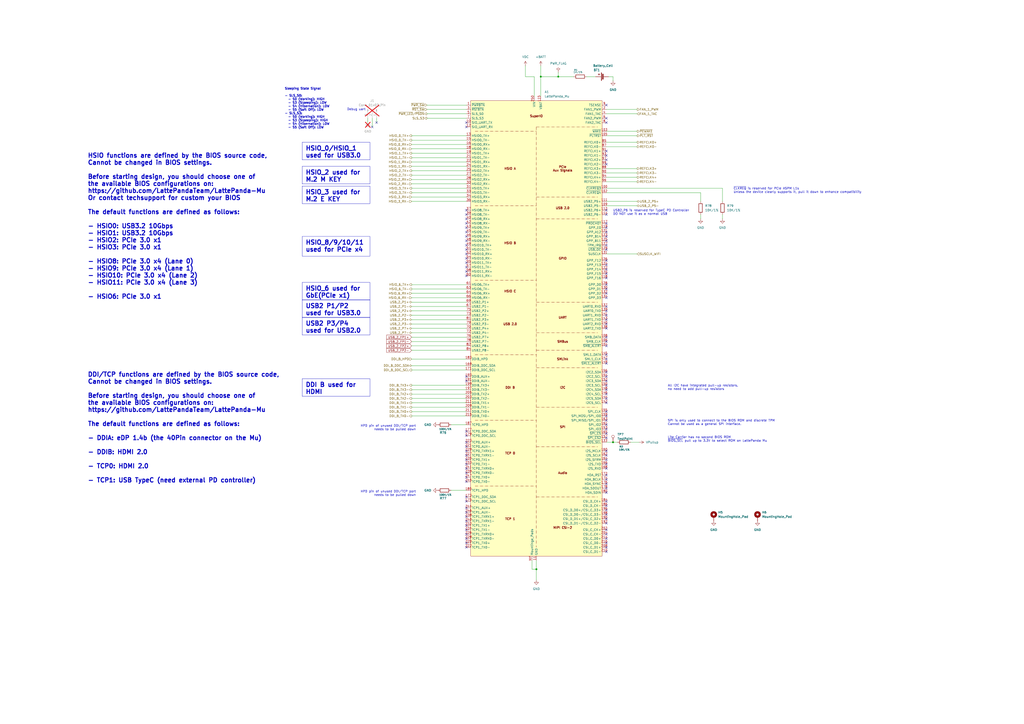
<source format=kicad_sch>
(kicad_sch (version 20231120) (generator "eeschema") (generator_version "8.0")
  (paper "A2")
  (title_block (title "Nano ITX Carrier for LattePanda Mu") (date "2024-09-01") (rev "V1.0.0") (comment 1 "20240901"))
  (lib_symbols
    (symbol "+3V3_1" (power) (pin_numbers hide) (pin_names (offset 0) hide)
      (property "Value" "+3V3" (at 0 3.556 0))
      (symbol "+3V3_1_0_1"
        (polyline (pts (xy -0.762 1.27) (xy 0 2.54)))
        (polyline (pts (xy 0 0) (xy 0 2.54)))
        (polyline (pts (xy 0 2.54) (xy 0.762 1.27)))
      )
      (symbol "+3V3_1_1_1"
        (pin power_in line (at 0 0 90) (length 0) (name "~") (number "1"))
      )
    )
    (symbol "Connector:Conn_01x03_Pin" (pin_names (offset 1.016) hide)
      (property "Reference" "J" (at 0 5.08 0))
      (property "Value" "Conn_01x03_Pin" (at 0 -5.08 0))
      (symbol "Conn_01x03_Pin_1_1"
        (polyline (pts (xy 1.27 -2.54) (xy 0.8636 -2.54)) (stroke (width 0.1524)))
        (polyline (pts (xy 1.27 0) (xy 0.8636 0)) (stroke (width 0.1524)))
        (polyline (pts (xy 1.27 2.54) (xy 0.8636 2.54)) (stroke (width 0.1524)))
        (rectangle (start 0.8636 -2.413) (end 0 -2.667) (stroke (width 0.1524)) (fill (type outline)))
        (rectangle (start 0.8636 0.127) (end 0 -0.127) (stroke (width 0.1524)) (fill (type outline)))
        (rectangle (start 0.8636 2.667) (end 0 2.413) (stroke (width 0.1524)) (fill (type outline)))
        (pin passive line (at 5.08 2.54 180) (length 3.81) (name "Pin_1") (number "1"))
        (pin passive line (at 5.08 0 180) (length 3.81) (name "Pin_2") (number "2"))
        (pin passive line (at 5.08 -2.54 180) (length 3.81) (name "Pin_3") (number "3"))
      )
    )
    (symbol "Connector:TestPoint" (pin_numbers hide) (pin_names (offset 0.762) hide)
      (property "Reference" "TP" (at 0 6.858 0))
      (property "Value" "TestPoint" (at 0 5.08 0))
      (symbol "TestPoint_0_1"
        (circle (center 0 3.302) (radius 0.762))
      )
      (symbol "TestPoint_1_1"
        (pin passive line (at 0 0 90) (length 2.54) (name "1") (number "1"))
      )
    )
    (symbol "Device:Battery_Cell" (pin_numbers hide) (pin_names (offset 0) hide)
      (property "Reference" "BT" (at 2.54 2.54 0))
      (property "Value" "Battery_Cell" (at 2.54 0 0))
      (symbol "Battery_Cell_0_1"
        (rectangle (start -2.286 1.778) (end 2.286 1.524) (fill (type outline)))
        (rectangle (start -1.524 1.016) (end 1.524 0.508) (fill (type outline)))
        (polyline (pts (xy 0 0.762) (xy 0 0)))
        (polyline (pts (xy 0 1.778) (xy 0 2.54)))
        (polyline (pts (xy 0.762 3.048) (xy 1.778 3.048)) (stroke (width 0.254)))
        (polyline (pts (xy 1.27 3.556) (xy 1.27 2.54)) (stroke (width 0.254)))
      )
      (symbol "Battery_Cell_1_1"
        (pin passive line (at 0 5.08 270) (length 2.54) (name "+") (number "1"))
        (pin passive line (at 0 -2.54 90) (length 2.54) (name "-") (number "2"))
      )
    )
    (symbol "Device:R" (pin_numbers hide) (pin_names (offset 0))
      (property "Reference" "R" (at 2.032 0 90))
      (property "Value" "R" (at 0 0 90))
      (symbol "R_0_1"
        (rectangle (start -1.016 -2.54) (end 1.016 2.54) (stroke (width 0.254)))
      )
      (symbol "R_1_1"
        (pin passive line (at 0 3.81 270) (length 1.27) (name "~") (number "1"))
        (pin passive line (at 0 -3.81 90) (length 1.27) (name "~") (number "2"))
      )
    )
    (symbol "MCU_Module_LattePanda:LattePanda_Mu"
      (property "Reference" "A" (at -38.1 133.35 0))
      (property "Value" "LattePanda_Mu" (at 38.1 133.35 0))
      (symbol "LattePanda_Mu_1_0"
        (pin passive line (at 0 -134.62 90) (length 2.54) hide (name "GND") (number "101"))
        (pin passive line (at 0 -134.62 90) (length 2.54) hide (name "GND") (number "107"))
        (pin passive line (at 0 -134.62 90) (length 2.54) hide (name "GND") (number "110"))
        (pin passive line (at 0 -134.62 90) (length 2.54) hide (name "GND") (number "113"))
        (pin passive line (at 0 -134.62 90) (length 2.54) hide (name "GND") (number "116"))
        (pin passive line (at 0 -134.62 90) (length 2.54) hide (name "GND") (number "135"))
        (pin passive line (at 0 -134.62 90) (length 2.54) hide (name "GND") (number "136"))
        (pin passive line (at 0 -134.62 90) (length 2.54) hide (name "GND") (number "14"))
        (pin passive line (at 0 -134.62 90) (length 2.54) hide (name "GND") (number "151"))
        (pin passive line (at 0 -134.62 90) (length 2.54) hide (name "GND") (number "158"))
        (pin passive line (at 0 -134.62 90) (length 2.54) hide (name "GND") (number "167"))
        (pin passive line (at 0 -134.62 90) (length 2.54) hide (name "GND") (number "17"))
        (pin passive line (at 0 -134.62 90) (length 2.54) hide (name "GND") (number "170"))
        (pin passive line (at 0 -134.62 90) (length 2.54) hide (name "GND") (number "181"))
        (pin passive line (at 0 -134.62 90) (length 2.54) hide (name "GND") (number "182"))
        (pin passive line (at 0 -134.62 90) (length 2.54) hide (name "GND") (number "188"))
        (pin passive line (at 0 -134.62 90) (length 2.54) hide (name "GND") (number "189"))
        (pin passive line (at 0 -134.62 90) (length 2.54) hide (name "GND") (number "194"))
        (pin passive line (at 0 -134.62 90) (length 2.54) hide (name "GND") (number "195"))
        (pin passive line (at 0 -134.62 90) (length 2.54) hide (name "GND") (number "20"))
        (pin passive line (at 0 -134.62 90) (length 2.54) hide (name "GND") (number "200"))
        (pin passive line (at 0 -134.62 90) (length 2.54) hide (name "GND") (number "201"))
        (pin passive line (at 0 -134.62 90) (length 2.54) hide (name "GND") (number "206"))
        (pin passive line (at 0 -134.62 90) (length 2.54) hide (name "GND") (number "207"))
        (pin passive line (at 0 -134.62 90) (length 2.54) hide (name "GND") (number "212"))
        (pin passive line (at 0 -134.62 90) (length 2.54) hide (name "GND") (number "213"))
        (pin passive line (at 0 -134.62 90) (length 2.54) hide (name "GND") (number "218"))
        (pin passive line (at 0 -134.62 90) (length 2.54) hide (name "GND") (number "219"))
        (pin passive line (at 0 -134.62 90) (length 2.54) hide (name "GND") (number "224"))
        (pin passive line (at 0 -134.62 90) (length 2.54) hide (name "GND") (number "225"))
        (pin passive line (at 0 -134.62 90) (length 2.54) hide (name "GND") (number "23"))
        (pin passive line (at 0 -134.62 90) (length 2.54) hide (name "GND") (number "230"))
        (pin passive line (at 0 -134.62 90) (length 2.54) hide (name "GND") (number "231"))
        (pin passive line (at 0 -134.62 90) (length 2.54) hide (name "GND") (number "236"))
        (pin passive line (at 0 -134.62 90) (length 2.54) hide (name "GND") (number "237"))
        (pin passive line (at 0 -134.62 90) (length 2.54) hide (name "GND") (number "242"))
        (pin passive line (at 0 -134.62 90) (length 2.54) hide (name "GND") (number "243"))
        (pin passive line (at 0 -134.62 90) (length 2.54) hide (name "GND") (number "248"))
        (pin passive line (at 0 -134.62 90) (length 2.54) hide (name "GND") (number "249"))
        (pin passive line (at 0 -134.62 90) (length 2.54) hide (name "GND") (number "26"))
        (pin passive line (at 0 -134.62 90) (length 2.54) hide (name "GND") (number "29"))
        (pin passive line (at 0 -134.62 90) (length 2.54) hide (name "GND") (number "32"))
        (pin passive line (at 0 -134.62 90) (length 2.54) hide (name "GND") (number "35"))
        (pin passive line (at 0 -134.62 90) (length 2.54) hide (name "GND") (number "38"))
        (pin passive line (at 0 -134.62 90) (length 2.54) hide (name "GND") (number "41"))
        (pin passive line (at 0 -134.62 90) (length 2.54) hide (name "GND") (number "44"))
        (pin passive line (at 0 -134.62 90) (length 2.54) hide (name "GND") (number "47"))
        (pin passive line (at 0 -134.62 90) (length 2.54) hide (name "GND") (number "50"))
        (pin passive line (at 0 -134.62 90) (length 2.54) hide (name "GND") (number "53"))
        (pin passive line (at 0 -134.62 90) (length 2.54) hide (name "GND") (number "56"))
        (pin passive line (at 0 -134.62 90) (length 2.54) hide (name "GND") (number "59"))
        (pin passive line (at 0 -134.62 90) (length 2.54) hide (name "GND") (number "62"))
        (pin passive line (at 0 -134.62 90) (length 2.54) hide (name "GND") (number "65"))
        (pin passive line (at 0 -134.62 90) (length 2.54) hide (name "GND") (number "68"))
        (pin passive line (at 0 -134.62 90) (length 2.54) hide (name "GND") (number "71"))
        (pin passive line (at 0 -134.62 90) (length 2.54) hide (name "GND") (number "74"))
        (pin passive line (at 0 -134.62 90) (length 2.54) hide (name "GND") (number "77"))
        (pin passive line (at 0 -134.62 90) (length 2.54) hide (name "GND") (number "80"))
        (pin passive line (at 0 -134.62 90) (length 2.54) hide (name "GND") (number "83"))
        (pin passive line (at 0 -134.62 90) (length 2.54) hide (name "GND") (number "86"))
        (pin passive line (at 0 -134.62 90) (length 2.54) hide (name "GND") (number "89"))
        (pin passive line (at 0 -134.62 90) (length 2.54) hide (name "GND") (number "92"))
        (pin passive line (at 0 -134.62 90) (length 2.54) hide (name "GND") (number "95"))
        (pin passive line (at 0 -134.62 90) (length 2.54) hide (name "GND") (number "98"))
      )
      (symbol "LattePanda_Mu_1_1"
        (rectangle (start -38.1 132.08) (end 38.1 -132.08) (fill (type background)))
        (polyline (pts (xy -35.56 -91.44) (xy 0 -91.44)) (stroke (width 0) (type dash_dot)))
        (polyline (pts (xy -35.56 -53.34) (xy 0 -53.34)) (stroke (width 0) (type dash_dot)))
        (polyline (pts (xy -35.56 -15.24) (xy 0 -15.24)) (stroke (width 0) (type dash_dot)))
        (polyline (pts (xy -35.56 27.94) (xy 0 27.94)) (stroke (width 0) (type dash_dot)))
        (polyline (pts (xy -35.56 71.12) (xy 0 71.12)) (stroke (width 0) (type dash_dot)))
        (polyline (pts (xy -35.56 114.3) (xy 0 114.3)) (stroke (width 0) (type dash_dot)))
        (polyline (pts (xy 0 -97.79) (xy 35.56 -97.79)) (stroke (width 0) (type dash_dot)))
        (polyline (pts (xy 0 -68.58) (xy 35.56 -68.58)) (stroke (width 0) (type dash_dot)))
        (polyline (pts (xy 0 -45.72) (xy 35.56 -45.72)) (stroke (width 0) (type dash_dot)))
        (polyline (pts (xy 0 -22.86) (xy 35.56 -22.86)) (stroke (width 0) (type dash_dot)))
        (polyline (pts (xy 0 -12.7) (xy 35.56 -12.7)) (stroke (width 0) (type dash_dot)))
        (polyline (pts (xy 0 -2.54) (xy 35.56 -2.54)) (stroke (width 0) (type dash_dot)))
        (polyline (pts (xy 0 15.24) (xy 35.56 15.24)) (stroke (width 0) (type dash_dot)))
        (polyline (pts (xy 0 63.5) (xy 35.56 63.5)) (stroke (width 0) (type dash_dot)))
        (polyline (pts (xy 0 76.2) (xy 35.56 76.2)) (stroke (width 0) (type dash_dot)))
        (polyline (pts (xy 0 116.84) (xy 0 -127)) (stroke (width 0) (type dash_dot)))
        (polyline (pts (xy 0 116.84) (xy 35.56 116.84)) (stroke (width 0) (type dash_dot)))
        (text "Audio" (at 15.24 -83.82 0) (effects (font (size 1.27 1.27) (bold yes))))
        (text "DDI B" (at -15.24 -34.29 0) (effects (font (size 1.27 1.27) (bold yes))))
        (text "GPIO" (at 15.24 40.64 0) (effects (font (size 1.27 1.27) (bold yes))))
        (text "HSIO A" (at -15.24 92.71 0) (effects (font (size 1.27 1.27) (bold yes))))
        (text "HSIO B" (at -15.24 49.53 0) (effects (font (size 1.27 1.27) (bold yes))))
        (text "HSIO C" (at -15.24 21.59 0) (effects (font (size 1.27 1.27) (bold yes))))
        (text "I2C" (at 15.24 -34.29 0) (effects (font (size 1.27 1.27) (bold yes))))
        (text "MIPI CSI-2" (at 15.24 -115.57 0) (effects (font (size 1.27 1.27) (bold yes))))
        (text "PCIe\nAux Signals" (at 15.24 92.71 0) (effects (font (size 1.27 1.27) (bold yes))))
        (text "SMBus" (at 15.24 -7.62 0) (effects (font (size 1.27 1.27) (bold yes))))
        (text "SMLink" (at 15.24 -17.78 0) (effects (font (size 1.27 1.27) (bold yes))))
        (text "SPI" (at 15.24 -57.15 0) (effects (font (size 1.27 1.27) (bold yes))))
        (text "SuperIO" (at 0 123.19 0) (effects (font (size 1.27 1.27) (bold yes))))
        (text "TCP 0" (at -15.24 -72.39 0) (effects (font (size 1.27 1.27) (bold yes))))
        (text "TCP 1" (at -15.24 -110.49 0) (effects (font (size 1.27 1.27) (bold yes))))
        (text "UART" (at 15.24 6.35 0) (effects (font (size 1.27 1.27) (bold yes))))
        (text "USB 2.0" (at -15.24 2.54 0) (effects (font (size 1.27 1.27) (bold yes))))
        (text "USB 2.0" (at 15.24 69.85 0) (effects (font (size 1.27 1.27) (bold yes))))
        (pin input line (at -40.64 129.54 0) (length 2.54) (name "~{PWRBTN}") (number "1"))
        (pin output line (at -40.64 119.38 0) (length 2.54) (name "SIO_UART_TX") (number "10"))
        (pin bidirectional line (at 40.64 81.28 180) (length 2.54) (name "~{CLKREQ3}") (number "100"))
        (pin bidirectional line (at 40.64 78.74 180) (length 2.54) (name "~{CLKREQ4}") (number "102"))
        (pin input line (at 40.64 114.3 180) (length 2.54) (name "~{WAKE}") (number "103"))
        (pin input line (at 40.64 -10.16 180) (length 2.54) (name "~{SMB_ALERT}") (number "104"))
        (pin output line (at 40.64 111.76 180) (length 2.54) (name "~{PLTRST}") (number "105"))
        (pin output line (at 40.64 -7.62 180) (length 2.54) (name "SMB_CLK") (number "106"))
        (pin bidirectional line (at 40.64 -5.08 180) (length 2.54) (name "SMB_DATA") (number "108"))
        (pin bidirectional line (at 40.64 71.12 180) (length 2.54) (name "USB2_P5-") (number "109"))
        (pin power_in line (at 0 -134.62 90) (length 2.54) (name "GND") (number "11"))
        (pin bidirectional line (at 40.64 73.66 180) (length 2.54) (name "USB2_P5+") (number "111"))
        (pin bidirectional line (at 40.64 68.58 180) (length 2.54) (name "USB2_P6+") (number "112"))
        (pin bidirectional line (at 40.64 66.04 180) (length 2.54) (name "USB2_P6-") (number "114"))
        (pin power_in line (at 2.54 134.62 270) (length 2.54) (name "VBAT") (number "115"))
        (pin bidirectional line (at 40.64 60.96 180) (length 2.54) (name "~{PROCHOT}") (number "117"))
        (pin bidirectional line (at 40.64 29.21 180) (length 2.54) (name "GPP_F16") (number "118"))
        (pin bidirectional line (at 40.64 58.42 180) (length 2.54) (name "GPP_E0") (number "119"))
        (pin input line (at -40.64 116.84 0) (length 2.54) (name "SIO_UART_RX") (number "12"))
        (pin bidirectional line (at 40.64 31.75 180) (length 2.54) (name "GPP_F15") (number "120"))
        (pin bidirectional line (at 40.64 55.88 180) (length 2.54) (name "GPP_A12") (number "121"))
        (pin bidirectional line (at 40.64 34.29 180) (length 2.54) (name "GPP_F14") (number "122"))
        (pin bidirectional line (at 40.64 53.34 180) (length 2.54) (name "GPP_B14") (number "123"))
        (pin bidirectional line (at 40.64 36.83 180) (length 2.54) (name "GPP_F13") (number "124"))
        (pin bidirectional line (at 40.64 50.8 180) (length 2.54) (name "GPP_B11") (number "125"))
        (pin bidirectional line (at 40.64 39.37 180) (length 2.54) (name "GPP_F12") (number "126"))
        (pin input line (at 40.64 48.26 180) (length 2.54) (name "TPM_IRQ") (number "127"))
        (pin bidirectional line (at 40.64 25.4 180) (length 2.54) (name "GPP_D0") (number "128"))
        (pin input line (at 40.64 45.72 180) (length 2.54) (name "~{USB_OC}") (number "129"))
        (pin output line (at -40.64 111.76 0) (length 2.54) (name "HSIO0_TX+") (number "13"))
        (pin bidirectional line (at 40.64 22.86 180) (length 2.54) (name "GPP_D1") (number "130"))
        (pin output line (at 40.64 43.18 180) (length 2.54) (name "SUSCLK") (number "131"))
        (pin bidirectional line (at 40.64 20.32 180) (length 2.54) (name "GPP_D2") (number "132"))
        (pin input line (at 40.64 -66.04 180) (length 2.54) (name "~{BIOS_SEL}") (number "133"))
        (pin bidirectional line (at 40.64 17.78 180) (length 2.54) (name "GPP_D3") (number "134"))
        (pin input line (at 40.64 12.7 180) (length 2.54) (name "UART0_RXD") (number "137"))
        (pin output line (at 40.64 0 180) (length 2.54) (name "UART2_TXD") (number "138"))
        (pin output line (at 40.64 10.16 180) (length 2.54) (name "UART0_TXD") (number "139"))
        (pin input line (at 40.64 2.54 180) (length 2.54) (name "UART2_RXD") (number "140"))
        (pin input line (at 40.64 7.62 180) (length 2.54) (name "UART1_RXD") (number "141"))
        (pin output line (at 40.64 -43.18 180) (length 2.54) (name "I2C5_SCL") (number "142"))
        (pin output line (at 40.64 5.08 180) (length 2.54) (name "UART1_TXD") (number "143"))
        (pin bidirectional line (at 40.64 -40.64 180) (length 2.54) (name "I2C5_SDA") (number "144"))
        (pin bidirectional line (at 40.64 -15.24 180) (length 2.54) (name "SML1_DATA") (number "145"))
        (pin output line (at 40.64 -38.1 180) (length 2.54) (name "I2C4_SCL") (number "146"))
        (pin output line (at 40.64 -17.78 180) (length 2.54) (name "SML1_CLK") (number "147"))
        (pin bidirectional line (at 40.64 -35.56 180) (length 2.54) (name "I2C4_SDA") (number "148"))
        (pin input line (at 40.64 -20.32 180) (length 2.54) (name "~{SML1_ALERT}") (number "149"))
        (pin output line (at -40.64 109.22 0) (length 2.54) (name "HSIO0_TX-") (number "15"))
        (pin output line (at 40.64 -33.02 180) (length 2.54) (name "I2C3_SCL") (number "150"))
        (pin bidirectional line (at 40.64 -30.48 180) (length 2.54) (name "I2C3_SDA") (number "152"))
        (pin bidirectional line (at 40.64 -58.42 180) (length 2.54) (name "SPI_IO3") (number "153"))
        (pin output line (at 40.64 -27.94 180) (length 2.54) (name "I2C2_SCL") (number "154"))
        (pin output line (at 40.64 -48.26 180) (length 2.54) (name "SPI_CLK") (number "155"))
        (pin bidirectional line (at 40.64 -25.4 180) (length 2.54) (name "I2C2_SDA") (number "156"))
        (pin output line (at 40.64 -63.5 180) (length 2.54) (name "~{SPI_CS2}") (number "157"))
        (pin bidirectional line (at 40.64 -50.8 180) (length 2.54) (name "SPI_MOSI/SPI_IO0") (number "159"))
        (pin input line (at -40.64 106.68 0) (length 2.54) (name "HSIO0_RX+") (number "16"))
        (pin output line (at 40.64 -71.12 180) (length 2.54) (name "I2S_MCLK") (number "160"))
        (pin bidirectional line (at 40.64 -55.88 180) (length 2.54) (name "SPI_IO2") (number "161"))
        (pin output line (at 40.64 -73.66 180) (length 2.54) (name "I2S_SCLK") (number "162"))
        (pin bidirectional line (at 40.64 -53.34 180) (length 2.54) (name "SPI_MISO/SPI_IO1") (number "163"))
        (pin output line (at 40.64 -76.2 180) (length 2.54) (name "I2S_SFRM") (number "164"))
        (pin bidirectional line (at 40.64 -60.96 180) (length 2.54) (name "~{SPI_CS}") (number "165"))
        (pin output line (at 40.64 -78.74 180) (length 2.54) (name "I2S_TXD") (number "166"))
        (pin input line (at 40.64 -81.28 180) (length 2.54) (name "I2S_RXD") (number "168"))
        (pin bidirectional line (at -40.64 -21.59 0) (length 2.54) (name "DDIB_DDC_SDA") (number "169"))
        (pin bidirectional line (at -40.64 -24.13 0) (length 2.54) (name "DDIB_DDC_SCL") (number "171"))
        (pin output line (at 40.64 -85.09 180) (length 2.54) (name "HDA_RST") (number "172"))
        (pin bidirectional line (at -40.64 -97.79 0) (length 2.54) (name "TCP1_DDC_SDA") (number "173"))
        (pin output line (at 40.64 -87.63 180) (length 2.54) (name "HDA_BCLK") (number "174"))
        (pin bidirectional line (at -40.64 -100.33 0) (length 2.54) (name "TCP1_DDC_SCL") (number "175"))
        (pin output line (at 40.64 -90.17 180) (length 2.54) (name "HDA_SYNC") (number "176"))
        (pin bidirectional line (at -40.64 -59.69 0) (length 2.54) (name "TCP0_DDC_SDA") (number "177"))
        (pin output line (at 40.64 -92.71 180) (length 2.54) (name "HDA_SDOUT") (number "178"))
        (pin bidirectional line (at -40.64 -62.23 0) (length 2.54) (name "TCP0_DDC_SCL") (number "179"))
        (pin input line (at -40.64 104.14 0) (length 2.54) (name "HSIO0_RX-") (number "18"))
        (pin input line (at 40.64 -95.25 180) (length 2.54) (name "HDA_SDIN") (number "180"))
        (pin input line (at -40.64 -17.78 0) (length 2.54) (name "DDIB_HPD") (number "183"))
        (pin input line (at 40.64 -100.33 180) (length 2.54) (name "CSI_D_CK+") (number "184"))
        (pin input line (at -40.64 -93.98 0) (length 2.54) (name "TCP1_HPD") (number "185"))
        (pin input line (at 40.64 -102.87 180) (length 2.54) (name "CSI_D_CK-") (number "186"))
        (pin input line (at -40.64 -55.88 0) (length 2.54) (name "TCP0_HPD") (number "187"))
        (pin output line (at -40.64 101.6 0) (length 2.54) (name "HSIO1_TX+") (number "19"))
        (pin input line (at 40.64 -110.49 180) (length 2.54) (name "CSI_D_D1+/CSI_C_D2+") (number "190"))
        (pin bidirectional line (at -40.64 -30.48 0) (length 2.54) (name "DDIB_AUX-") (number "191"))
        (pin input line (at 40.64 -113.03 180) (length 2.54) (name "CSI_D_D1-/CSI_C_D2-") (number "192"))
        (pin bidirectional line (at -40.64 -27.94 0) (length 2.54) (name "DDIB_AUX+") (number "193"))
        (pin input line (at 40.64 -105.41 180) (length 2.54) (name "CSI_D_D0+/CSI_C_D3+") (number "196"))
        (pin output line (at -40.64 -35.56 0) (length 2.54) (name "DDIB_TX3-") (number "197"))
        (pin input line (at 40.64 -107.95 180) (length 2.54) (name "CSI_D_D0-/CSI_C_D3-") (number "198"))
        (pin output line (at -40.64 -33.02 0) (length 2.54) (name "DDIB_TX3+") (number "199"))
        (pin output line (at 40.64 127 180) (length 2.54) (name "FAN1_PWM") (number "2"))
        (pin input line (at 40.64 -116.84 180) (length 2.54) (name "CSI_C_CK+") (number "202"))
        (pin output line (at -40.64 -40.64 0) (length 2.54) (name "DDIB_TX2-") (number "203"))
        (pin input line (at 40.64 -119.38 180) (length 2.54) (name "CSI_C_CK-") (number "204"))
        (pin output line (at -40.64 -38.1 0) (length 2.54) (name "DDIB_TX2+") (number "205"))
        (pin input line (at 40.64 -127 180) (length 2.54) (name "CSI_C_D1+") (number "208"))
        (pin output line (at -40.64 -45.72 0) (length 2.54) (name "DDIB_TX1-") (number "209"))
        (pin output line (at -40.64 99.06 0) (length 2.54) (name "HSIO1_TX-") (number "21"))
        (pin input line (at 40.64 -129.54 180) (length 2.54) (name "CSI_C_D1-") (number "210"))
        (pin output line (at -40.64 -43.18 0) (length 2.54) (name "DDIB_TX1+") (number "211"))
        (pin input line (at 40.64 -121.92 180) (length 2.54) (name "CSI_C_D0+") (number "214"))
        (pin output line (at -40.64 -50.8 0) (length 2.54) (name "DDIB_TX0-") (number "215"))
        (pin input line (at 40.64 -124.46 180) (length 2.54) (name "CSI_C_D0-") (number "216"))
        (pin output line (at -40.64 -48.26 0) (length 2.54) (name "DDIB_TX0+") (number "217"))
        (pin input line (at -40.64 96.52 0) (length 2.54) (name "HSIO1_RX+") (number "22"))
        (pin output line (at -40.64 -124.46 0) (length 2.54) (name "TCP1_TX0+") (number "220"))
        (pin bidirectional line (at -40.64 -68.58 0) (length 2.54) (name "TCP0_AUX-") (number "221"))
        (pin output line (at -40.64 -127 0) (length 2.54) (name "TCP1_TX0-") (number "222"))
        (pin bidirectional line (at -40.64 -66.04 0) (length 2.54) (name "TCP0_AUX+") (number "223"))
        (pin bidirectional line (at -40.64 -119.38 0) (length 2.54) (name "TCP1_TXRX0+") (number "226"))
        (pin bidirectional line (at -40.64 -73.66 0) (length 2.54) (name "TCP0_TXRX1-") (number "227"))
        (pin bidirectional line (at -40.64 -121.92 0) (length 2.54) (name "TCP1_TXRX0-") (number "228"))
        (pin bidirectional line (at -40.64 -71.12 0) (length 2.54) (name "TCP0_TXRX1+") (number "229"))
        (pin output line (at -40.64 -114.3 0) (length 2.54) (name "TCP1_TX1+") (number "232"))
        (pin output line (at -40.64 -78.74 0) (length 2.54) (name "TCP0_TX1-") (number "233"))
        (pin output line (at -40.64 -116.84 0) (length 2.54) (name "TCP1_TX1-") (number "234"))
        (pin output line (at -40.64 -76.2 0) (length 2.54) (name "TCP0_TX1+") (number "235"))
        (pin bidirectional line (at -40.64 -109.22 0) (length 2.54) (name "TCP1_TXRX1+") (number "238"))
        (pin bidirectional line (at -40.64 -83.82 0) (length 2.54) (name "TCP0_TXRX0-") (number "239"))
        (pin input line (at -40.64 93.98 0) (length 2.54) (name "HSIO1_RX-") (number "24"))
        (pin bidirectional line (at -40.64 -111.76 0) (length 2.54) (name "TCP1_TXRX1-") (number "240"))
        (pin bidirectional line (at -40.64 -81.28 0) (length 2.54) (name "TCP0_TXRX0+") (number "241"))
        (pin bidirectional line (at -40.64 -104.14 0) (length 2.54) (name "TCP1_AUX+") (number "244"))
        (pin output line (at -40.64 -88.9 0) (length 2.54) (name "TCP0_TX0-") (number "245"))
        (pin bidirectional line (at -40.64 -106.68 0) (length 2.54) (name "TCP1_AUX-") (number "246"))
        (pin output line (at -40.64 -86.36 0) (length 2.54) (name "TCP0_TX0+") (number "247"))
        (pin output line (at -40.64 91.44 0) (length 2.54) (name "HSIO2_TX+") (number "25"))
        (pin power_in line (at -1.27 134.62 270) (length 2.54) (name "VIN") (number "250"))
        (pin passive line (at -1.27 134.62 270) (length 2.54) hide (name "VIN") (number "251"))
        (pin passive line (at -1.27 134.62 270) (length 2.54) hide (name "VIN") (number "252"))
        (pin passive line (at -1.27 134.62 270) (length 2.54) hide (name "VIN") (number "253"))
        (pin passive line (at -1.27 134.62 270) (length 2.54) hide (name "VIN") (number "254"))
        (pin passive line (at -1.27 134.62 270) (length 2.54) hide (name "VIN") (number "255"))
        (pin passive line (at -1.27 134.62 270) (length 2.54) hide (name "VIN") (number "256"))
        (pin passive line (at -1.27 134.62 270) (length 2.54) hide (name "VIN") (number "257"))
        (pin passive line (at -1.27 134.62 270) (length 2.54) hide (name "VIN") (number "258"))
        (pin passive line (at -1.27 134.62 270) (length 2.54) hide (name "VIN") (number "259"))
        (pin passive line (at -1.27 134.62 270) (length 2.54) hide (name "VIN") (number "260"))
        (pin output line (at -40.64 88.9 0) (length 2.54) (name "HSIO2_TX-") (number "27"))
        (pin input line (at -40.64 86.36 0) (length 2.54) (name "HSIO2_RX+") (number "28"))
        (pin input line (at -40.64 127 0) (length 2.54) (name "~{RSTBTN}") (number "3"))
        (pin input line (at -40.64 83.82 0) (length 2.54) (name "HSIO2_RX-") (number "30"))
        (pin output line (at -40.64 81.28 0) (length 2.54) (name "HSIO3_TX+") (number "31"))
        (pin output line (at -40.64 78.74 0) (length 2.54) (name "HSIO3_TX-") (number "33"))
        (pin input line (at -40.64 76.2 0) (length 2.54) (name "HSIO3_RX+") (number "34"))
        (pin input line (at -40.64 73.66 0) (length 2.54) (name "HSIO3_RX-") (number "36"))
        (pin output line (at -40.64 68.58 0) (length 2.54) (name "HSIO8_TX+") (number "37"))
        (pin output line (at -40.64 66.04 0) (length 2.54) (name "HSIO8_TX-") (number "39"))
        (pin input line (at 40.64 124.46 180) (length 2.54) (name "FAN1_TAC") (number "4"))
        (pin input line (at -40.64 63.5 0) (length 2.54) (name "HSIO8_RX+") (number "40"))
        (pin input line (at -40.64 60.96 0) (length 2.54) (name "HSIO8_RX-") (number "42"))
        (pin output line (at -40.64 58.42 0) (length 2.54) (name "HSIO9_TX+") (number "43"))
        (pin output line (at -40.64 55.88 0) (length 2.54) (name "HSIO9_TX-") (number "45"))
        (pin input line (at -40.64 53.34 0) (length 2.54) (name "HSIO9_RX+") (number "46"))
        (pin input line (at -40.64 50.8 0) (length 2.54) (name "HSIO9_RX-") (number "48"))
        (pin output line (at -40.64 48.26 0) (length 2.54) (name "HSIO10_TX+") (number "49"))
        (pin output line (at -40.64 124.46 0) (length 2.54) (name "SLS_S0") (number "5"))
        (pin output line (at -40.64 45.72 0) (length 2.54) (name "HSIO10_TX-") (number "51"))
        (pin input line (at -40.64 43.18 0) (length 2.54) (name "HSIO10_RX+") (number "52"))
        (pin input line (at -40.64 40.64 0) (length 2.54) (name "HSIO10_RX-") (number "54"))
        (pin output line (at -40.64 38.1 0) (length 2.54) (name "HSIO11_TX+") (number "55"))
        (pin output line (at -40.64 35.56 0) (length 2.54) (name "HSIO11_TX-") (number "57"))
        (pin input line (at -40.64 33.02 0) (length 2.54) (name "HSIO11_RX+") (number "58"))
        (pin output line (at 40.64 121.92 180) (length 2.54) (name "FAN2_PWM") (number "6"))
        (pin input line (at -40.64 30.48 0) (length 2.54) (name "HSIO11_RX-") (number "60"))
        (pin output line (at -40.64 25.4 0) (length 2.54) (name "HSIO6_TX+") (number "61"))
        (pin output line (at -40.64 22.86 0) (length 2.54) (name "HSIO6_TX-") (number "63"))
        (pin input line (at -40.64 20.32 0) (length 2.54) (name "HSIO6_RX+") (number "64"))
        (pin input line (at -40.64 17.78 0) (length 2.54) (name "HSIO6_RX-") (number "66"))
        (pin bidirectional line (at -40.64 12.7 0) (length 2.54) (name "USB2_P1-") (number "67"))
        (pin bidirectional line (at -40.64 15.24 0) (length 2.54) (name "USB2_P1+") (number "69"))
        (pin output line (at -40.64 121.92 0) (length 2.54) (name "SLS_S3") (number "7"))
        (pin bidirectional line (at -40.64 0 0) (length 2.54) (name "USB2_P4+") (number "70"))
        (pin bidirectional line (at -40.64 -2.54 0) (length 2.54) (name "USB2_P4-") (number "72"))
        (pin bidirectional line (at -40.64 7.62 0) (length 2.54) (name "USB2_P2-") (number "73"))
        (pin bidirectional line (at -40.64 10.16 0) (length 2.54) (name "USB2_P2+") (number "75"))
        (pin bidirectional line (at -40.64 -5.08 0) (length 2.54) (name "USB2_P7+") (number "76"))
        (pin bidirectional line (at -40.64 -7.62 0) (length 2.54) (name "USB2_P7-") (number "78"))
        (pin bidirectional line (at -40.64 2.54 0) (length 2.54) (name "USB2_P3-") (number "79"))
        (pin input line (at 40.64 119.38 180) (length 2.54) (name "FAN2_TAC") (number "8"))
        (pin bidirectional line (at -40.64 5.08 0) (length 2.54) (name "USB2_P3+") (number "81"))
        (pin bidirectional line (at -40.64 -10.16 0) (length 2.54) (name "USB2_P8+") (number "82"))
        (pin bidirectional line (at -40.64 -12.7 0) (length 2.54) (name "USB2_P8-") (number "84"))
        (pin output line (at 40.64 107.95 180) (length 2.54) (name "REFCLK0+") (number "85"))
        (pin output line (at 40.64 105.41 180) (length 2.54) (name "REFCLK0-") (number "87"))
        (pin output line (at 40.64 92.71 180) (length 2.54) (name "REFCLK3+") (number "88"))
        (pin input line (at 40.64 129.54 180) (length 2.54) (name "TSENSE") (number "9"))
        (pin output line (at 40.64 90.17 180) (length 2.54) (name "REFCLK3-") (number "90"))
        (pin output line (at 40.64 102.87 180) (length 2.54) (name "REFCLK1+") (number "91"))
        (pin output line (at 40.64 100.33 180) (length 2.54) (name "REFCLK1-") (number "93"))
        (pin output line (at 40.64 87.63 180) (length 2.54) (name "REFCLK4+") (number "94"))
        (pin output line (at 40.64 85.09 180) (length 2.54) (name "REFCLK4-") (number "96"))
        (pin output line (at 40.64 97.79 180) (length 2.54) (name "REFCLK2+") (number "97"))
        (pin output line (at 40.64 95.25 180) (length 2.54) (name "REFCLK2-") (number "99"))
        (pin passive line (at -2.54 -134.62 90) (length 2.54) (name "Mountinge_Pads") (number "MP"))
      )
    )
    (symbol "Mechanical:MountingHole_Pad" (pin_numbers hide) (pin_names (offset 1.016) hide)
      (property "Reference" "H" (at 0 6.35 0))
      (property "Value" "MountingHole_Pad" (at 0 4.445 0))
      (symbol "MountingHole_Pad_0_1"
        (circle (center 0 1.27) (radius 1.27) (stroke (width 1.27)))
      )
      (symbol "MountingHole_Pad_1_1"
        (pin input line (at 0 -2.54 90) (length 2.54) (name "1") (number "1"))
      )
    )
    (symbol "power:+BATT" (power) (pin_numbers hide) (pin_names (offset 0) hide)
      (property "Value" "+BATT" (at 0 3.556 0))
      (symbol "+BATT_0_1"
        (polyline (pts (xy -0.762 1.27) (xy 0 2.54)))
        (polyline (pts (xy 0 0) (xy 0 2.54)))
        (polyline (pts (xy 0 2.54) (xy 0.762 1.27)))
      )
      (symbol "+BATT_1_1"
        (pin power_in line (at 0 0 90) (length 0) (name "~") (number "1"))
      )
    )
    (symbol "power:GND" (power) (pin_numbers hide) (pin_names (offset 0) hide)
      (property "Value" "GND" (at 0 -3.81 0))
      (symbol "GND_0_1"
        (polyline (pts (xy 0 0) (xy 0 -1.27) (xy 1.27 -1.27) (xy 0 -2.54) (xy -1.27 -1.27) (xy 0 -1.27)))
      )
      (symbol "GND_1_1"
        (pin power_in line (at 0 0 270) (length 0) (name "~") (number "1"))
      )
    )
    (symbol "power:PWR_FLAG" (power) (pin_numbers hide) (pin_names (offset 0) hide)
      (property "Value" "PWR_FLAG" (at 0 3.81 0))
      (symbol "PWR_FLAG_0_0"
        (pin power_out line (at 0 0 90) (length 0) (name "~") (number "1"))
      )
      (symbol "PWR_FLAG_0_1"
        (polyline (pts (xy 0 0) (xy 0 1.27) (xy -1.016 1.905) (xy 0 2.54) (xy 1.016 1.905) (xy 0 1.27)))
      )
    )
    (symbol "power:VDC" (power) (pin_numbers hide) (pin_names (offset 0) hide)
      (property "Value" "VDC" (at 0 3.556 0))
      (symbol "VDC_0_1"
        (polyline (pts (xy -0.762 1.27) (xy 0 2.54)))
        (polyline (pts (xy 0 0) (xy 0 2.54)))
        (polyline (pts (xy 0 2.54) (xy 0.762 1.27)))
      )
      (symbol "VDC_1_1"
        (pin power_in line (at 0 0 90) (length 0) (name "~") (number "1"))
      )
    )
  )
  (junction (at 355.6 256.54))
  (junction (at 323.85 44.45))
  (junction (at 311.15 330.2))
  (junction (at 313.69 44.45))
  (no_connect (at 351.79 190.5))
  (no_connect (at 270.51 307.34))
  (no_connect (at 351.79 278.13))
  (no_connect (at 351.79 293.37))
  (no_connect (at 270.51 139.7))
  (no_connect (at 351.79 218.44))
  (no_connect (at 351.79 275.59))
  (no_connect (at 215.9 73.66))
  (no_connect (at 351.79 129.54))
  (no_connect (at 351.79 132.08))
  (no_connect (at 351.79 208.28))
  (no_connect (at 270.51 220.98))
  (no_connect (at 351.79 161.29))
  (no_connect (at 270.51 144.78))
  (no_connect (at 351.79 285.75))
  (no_connect (at 270.51 252.73))
  (no_connect (at 351.79 243.84))
  (no_connect (at 351.79 92.71))
  (no_connect (at 270.51 309.88))
  (no_connect (at 351.79 233.68))
  (no_connect (at 270.51 274.32))
  (no_connect (at 270.51 142.24))
  (no_connect (at 351.79 134.62))
  (no_connect (at 351.79 198.12))
  (no_connect (at 351.79 185.42))
  (no_connect (at 351.79 167.64))
  (no_connect (at 270.51 250.19))
  (no_connect (at 351.79 95.25))
  (no_connect (at 351.79 264.16))
  (no_connect (at 351.79 180.34))
  (no_connect (at 270.51 134.62))
  (no_connect (at 351.79 228.6))
  (no_connect (at 351.79 298.45))
  (no_connect (at 270.51 304.8))
  (no_connect (at 351.79 172.72))
  (no_connect (at 351.79 153.67))
  (no_connect (at 351.79 170.18))
  (no_connect (at 351.79 151.13))
  (no_connect (at 270.51 314.96))
  (no_connect (at 351.79 205.74))
  (no_connect (at 351.79 165.1))
  (no_connect (at 351.79 226.06))
  (no_connect (at 351.79 312.42))
  (no_connect (at 270.51 269.24))
  (no_connect (at 270.51 160.02))
  (no_connect (at 351.79 251.46))
  (no_connect (at 270.51 297.18))
  (no_connect (at 270.51 152.4))
  (no_connect (at 351.79 87.63))
  (no_connect (at 270.51 71.12))
  (no_connect (at 351.79 269.24))
  (no_connect (at 270.51 261.62))
  (no_connect (at 270.51 149.86))
  (no_connect (at 351.79 271.78))
  (no_connect (at 270.51 294.64))
  (no_connect (at 351.79 290.83))
  (no_connect (at 351.79 223.52))
  (no_connect (at 270.51 312.42))
  (no_connect (at 351.79 300.99))
  (no_connect (at 351.79 246.38))
  (no_connect (at 351.79 182.88))
  (no_connect (at 351.79 68.58))
  (no_connect (at 351.79 231.14))
  (no_connect (at 270.51 259.08))
  (no_connect (at 270.51 288.29))
  (no_connect (at 270.51 137.16))
  (no_connect (at 351.79 266.7))
  (no_connect (at 351.79 283.21))
  (no_connect (at 351.79 238.76))
  (no_connect (at 351.79 124.46))
  (no_connect (at 270.51 299.72))
  (no_connect (at 351.79 254))
  (no_connect (at 351.79 187.96))
  (no_connect (at 351.79 248.92))
  (no_connect (at 351.79 215.9))
  (no_connect (at 351.79 71.12))
  (no_connect (at 351.79 200.66))
  (no_connect (at 351.79 280.67))
  (no_connect (at 270.51 157.48))
  (no_connect (at 351.79 177.8))
  (no_connect (at 351.79 295.91))
  (no_connect (at 351.79 144.78))
  (no_connect (at 351.79 90.17))
  (no_connect (at 270.51 302.26))
  (no_connect (at 351.79 139.7))
  (no_connect (at 351.79 309.88))
  (no_connect (at 270.51 121.92))
  (no_connect (at 270.51 279.4))
  (no_connect (at 351.79 156.21))
  (no_connect (at 270.51 129.54))
  (no_connect (at 351.79 320.04))
  (no_connect (at 270.51 73.66))
  (no_connect (at 270.51 132.08))
  (no_connect (at 351.79 261.62))
  (no_connect (at 351.79 303.53))
  (no_connect (at 218.44 71.12))
  (no_connect (at 270.51 276.86))
  (no_connect (at 270.51 218.44))
  (no_connect (at 351.79 121.92))
  (no_connect (at 351.79 142.24))
  (no_connect (at 351.79 220.98))
  (no_connect (at 351.79 241.3))
  (no_connect (at 351.79 60.96))
  (no_connect (at 351.79 195.58))
  (no_connect (at 351.79 307.34))
  (no_connect (at 270.51 256.54))
  (no_connect (at 270.51 154.94))
  (no_connect (at 351.79 314.96))
  (no_connect (at 351.79 210.82))
  (no_connect (at 270.51 317.5))
  (no_connect (at 270.51 147.32))
  (no_connect (at 351.79 137.16))
  (no_connect (at 270.51 266.7))
  (no_connect (at 270.51 264.16))
  (no_connect (at 270.51 271.78))
  (no_connect (at 270.51 124.46))
  (no_connect (at 270.51 290.83))
  (no_connect (at 270.51 127))
  (no_connect (at 351.79 317.5))
  (no_connect (at 351.79 158.75))
  (wire (pts (xy 351.79 105.41) (xy 369.57 105.41)))
  (wire (pts (xy 238.76 114.3) (xy 270.51 114.3)))
  (wire (pts (xy 213.36 68.58) (xy 213.36 71.12)))
  (wire (pts (xy 238.76 172.72) (xy 270.51 172.72)))
  (wire (pts (xy 238.76 214.63) (xy 270.51 214.63)))
  (wire (pts (xy 406.4 111.76) (xy 406.4 116.84)))
  (wire (pts (xy 353.06 44.45) (xy 355.6 44.45)))
  (wire (pts (xy 304.8 44.45) (xy 309.88 44.45)))
  (wire (pts (xy 355.6 256.54) (xy 358.14 256.54)))
  (wire (pts (xy 351.79 111.76) (xy 406.4 111.76)))
  (wire (pts (xy 238.76 116.84) (xy 270.51 116.84)))
  (wire (pts (xy 261.62 246.38) (xy 270.51 246.38)))
  (wire (pts (xy 351.79 82.55) (xy 369.57 82.55)))
  (wire (pts (xy 247.65 63.5) (xy 270.51 63.5)))
  (wire (pts (xy 238.76 228.6) (xy 270.51 228.6)))
  (wire (pts (xy 238.76 165.1) (xy 270.51 165.1)))
  (wire (pts (xy 308.61 325.12) (xy 308.61 330.2)))
  (wire (pts (xy 270.51 203.2) (xy 238.76 203.2)))
  (wire (pts (xy 351.79 97.79) (xy 369.57 97.79)))
  (wire (pts (xy 351.79 102.87) (xy 369.57 102.87)))
  (wire (pts (xy 311.15 325.12) (xy 311.15 330.2)))
  (wire (pts (xy 419.1 109.22) (xy 419.1 116.84)))
  (wire (pts (xy 351.79 256.54) (xy 355.6 256.54)))
  (wire (pts (xy 351.79 100.33) (xy 369.57 100.33)))
  (wire (pts (xy 313.69 38.1) (xy 313.69 44.45)))
  (wire (pts (xy 238.76 96.52) (xy 270.51 96.52)))
  (wire (pts (xy 215.9 68.58) (xy 215.9 73.66)))
  (wire (pts (xy 351.79 66.04) (xy 369.57 66.04)))
  (wire (pts (xy 238.76 86.36) (xy 270.51 86.36)))
  (wire (pts (xy 238.76 195.58) (xy 270.51 195.58)))
  (wire (pts (xy 365.76 256.54) (xy 370.84 256.54)))
  (wire (pts (xy 238.76 223.52) (xy 270.51 223.52)))
  (wire (pts (xy 309.88 44.45) (xy 309.88 55.88)))
  (wire (pts (xy 238.76 99.06) (xy 270.51 99.06)))
  (wire (pts (xy 238.76 88.9) (xy 270.51 88.9)))
  (wire (pts (xy 238.76 167.64) (xy 270.51 167.64)))
  (wire (pts (xy 238.76 233.68) (xy 270.51 233.68)))
  (wire (pts (xy 238.76 231.14) (xy 270.51 231.14)))
  (wire (pts (xy 238.76 81.28) (xy 270.51 81.28)))
  (wire (pts (xy 313.69 44.45) (xy 313.69 55.88)))
  (wire (pts (xy 351.79 116.84) (xy 369.57 116.84)))
  (wire (pts (xy 238.76 226.06) (xy 270.51 226.06)))
  (wire (pts (xy 308.61 330.2) (xy 311.15 330.2)))
  (wire (pts (xy 323.85 44.45) (xy 332.74 44.45)))
  (wire (pts (xy 238.76 208.28) (xy 270.51 208.28)))
  (wire (pts (xy 238.76 93.98) (xy 270.51 93.98)))
  (wire (pts (xy 340.36 44.45) (xy 345.44 44.45)))
  (wire (pts (xy 355.6 44.45) (xy 355.6 46.99)))
  (wire (pts (xy 247.65 66.04) (xy 270.51 66.04)))
  (wire (pts (xy 270.51 193.04) (xy 238.76 193.04)))
  (wire (pts (xy 351.79 109.22) (xy 419.1 109.22)))
  (wire (pts (xy 270.51 200.66) (xy 238.76 200.66)))
  (wire (pts (xy 238.76 241.3) (xy 270.51 241.3)))
  (wire (pts (xy 238.76 101.6) (xy 270.51 101.6)))
  (wire (pts (xy 238.76 109.22) (xy 270.51 109.22)))
  (wire (pts (xy 238.76 78.74) (xy 270.51 78.74)))
  (wire (pts (xy 238.76 91.44) (xy 270.51 91.44)))
  (wire (pts (xy 311.15 330.2) (xy 311.15 336.55)))
  (wire (pts (xy 261.62 284.48) (xy 270.51 284.48)))
  (wire (pts (xy 238.76 177.8) (xy 270.51 177.8)))
  (wire (pts (xy 247.65 60.96) (xy 270.51 60.96)))
  (wire (pts (xy 247.65 68.58) (xy 270.51 68.58)))
  (wire (pts (xy 270.51 190.5) (xy 238.76 190.5)))
  (wire (pts (xy 238.76 106.68) (xy 270.51 106.68)))
  (wire (pts (xy 351.79 119.38) (xy 369.57 119.38)))
  (wire (pts (xy 304.8 38.1) (xy 304.8 44.45)))
  (wire (pts (xy 238.76 212.09) (xy 270.51 212.09)))
  (wire (pts (xy 351.79 63.5) (xy 369.57 63.5)))
  (wire (pts (xy 270.51 198.12) (xy 238.76 198.12)))
  (wire (pts (xy 238.76 175.26) (xy 270.51 175.26)))
  (wire (pts (xy 238.76 170.18) (xy 270.51 170.18)))
  (wire (pts (xy 238.76 238.76) (xy 270.51 238.76)))
  (wire (pts (xy 351.79 147.32) (xy 369.57 147.32)))
  (wire (pts (xy 406.4 124.46) (xy 406.4 127)))
  (wire (pts (xy 323.85 41.91) (xy 323.85 44.45)))
  (wire (pts (xy 238.76 187.96) (xy 270.51 187.96)))
  (wire (pts (xy 238.76 111.76) (xy 270.51 111.76)))
  (wire (pts (xy 238.76 185.42) (xy 270.51 185.42)))
  (wire (pts (xy 351.79 76.2) (xy 369.57 76.2)))
  (wire (pts (xy 351.79 78.74) (xy 369.57 78.74)))
  (wire (pts (xy 313.69 44.45) (xy 323.85 44.45)))
  (wire (pts (xy 238.76 182.88) (xy 270.51 182.88)))
  (wire (pts (xy 218.44 71.12) (xy 218.44 68.58)))
  (wire (pts (xy 419.1 124.46) (xy 419.1 127)))
  (wire (pts (xy 351.79 85.09) (xy 369.57 85.09)))
  (wire (pts (xy 238.76 104.14) (xy 270.51 104.14)))
  (wire (pts (xy 238.76 236.22) (xy 270.51 236.22)))
  (wire (pts (xy 238.76 180.34) (xy 270.51 180.34)))
  (wire (pts (xy 238.76 83.82) (xy 270.51 83.82)))
  (text_box "HSIO_0/HSIO_1 used for USB3.0 \n" (at 175.26 82.55 0) (size 39.37 10.16) (effects (font (size 2.54 2.54) (thickness 0.508) (bold yes)) (justify left top)))
  (text_box "HSIO_2 used for M.2 M KEY\n" (at 175.26 96.52 0) (size 39.37 10.16) (effects (font (size 2.54 2.54) (thickness 0.508) (bold yes)) (justify left top)))
  (text_box "HSIO_6 used for GbE(PCIe x1)\n" (at 175.26 163.83 0) (size 39.37 10.16) (effects (font (size 2.54 2.54) (thickness 0.508) (bold yes)) (justify left top)))
  (text_box "USB2 P3/P4 used for USB2.0 \n" (at 175.26 184.15 0) (size 39.37 10.16) (effects (font (size 2.54 2.54) (thickness 0.508) (bold yes)) (justify left top)))
  (text_box "DDI B used for HDMI\n" (at 175.26 219.71 0) (size 39.37 10.16) (effects (font (size 2.54 2.54) (thickness 0.508) (bold yes)) (justify left top)))
  (text_box "HSIO_3 used for M.2 E KEY\n" (at 175.26 107.95 0) (size 39.37 10.16) (effects (font (size 2.54 2.54) (thickness 0.508) (bold yes)) (justify left top)))
  (text_box "HSIO_8/9/10/11 used for PCIe x4\n\n" (at 175.26 137.16 0) (size 39.37 11.43) (effects (font (size 2.54 2.54) (thickness 0.508) (bold yes)) (justify left top)))
  (text_box "USB2 P1/P2 used for USB3.0\n" (at 175.26 173.99 0) (size 39.37 10.16) (effects (font (size 2.54 2.54) (thickness 0.508) (bold yes)) (justify left top)))
  (text "HSIO functions are defined by the BIOS source code, \nCannot be changed in BIOS settings.\n\nBefore starting design, you should choose one of\nthe available BIOS configurations on:\nhttps://github.com/LattePandaTeam/LattePanda-Mu\nOr contact techsupport for custom your BIOS\n\nThe default functions are defined as follows:\n\n- HSIO0: USB3.2 10Gbps\n- HSIO1: USB3.2 10Gbps\n- HSIO2: PCIe 3.0 x1\n- HSIO3: PCIe 3.0 x1\n\n- HSIO8: PCIe 3.0 x4 (Lane 0)\n- HSIO9: PCIe 3.0 x4 (Lane 1)\n- HSIO10: PCIe 3.0 x4 (Lane 2)\n- HSIO11: PCIe 3.0 x4 (Lane 3)\n\n- HSIO6: PCIe 3.0 x1" (at 50.8 88.9 0) (effects (font (size 2.54 2.54) (thickness 0.508) (bold yes)) (justify left top)))
  (text "HPD pin of unused DDI/TCP port\nneeds to be pulled down" (at 241.3 246.38 0) (effects (font (size 1.27 1.27)) (justify right top)))
  (text "Lite Carrier has no second BIOS ROM\n~{BIOS_SEL} pull up to 3.3V to select ROM on LattePanda Mu" (at 387.35 256.54 0) (effects (font (size 1.27 1.27)) (justify left bottom)))
  (text "DDI/TCP functions are defined by the BIOS source code, \nCannot be changed in BIOS settings.\n\nBefore starting design, you should choose one of\nthe available BIOS configurations on:\nhttps://github.com/LattePandaTeam/LattePanda-Mu\n\nThe default functions are defined as follows:\n\n- DDIA: eDP 1.4b (the 40Pin connector on the Mu)\n\n- DDIB: HDMI 2.0\n\n- TCP0: HDMI 2.0\n\n- TCP1: USB TypeC (need external PD controller)" (at 50.8 215.9 0) (effects (font (size 2.54 2.54) (thickness 0.508) (bold yes)) (justify left top)))
  (text "Sleeping State Signal\n\n- SLS_S0: \n  - S0 (Working): HIGH\n  - S3 (Slpeeping): LOW\n  - S4 (Hibernation): LOW\n  - S5 (Soft Off): LOW\n- SLS_S3:\n  - S0 (Working): HIGH\n  - S3 (Slpeeping): HIGH\n  - S4 (Hibernation): LOW\n  - S5 (Soft Off): LOW" (at 165.1 50.8 0) (effects (font (size 1.27 1.27) (thickness 0.254) (bold yes)) (justify left top)))
  (text "USB2_P6 is reserved for TypeC PD Controller\nDO NOT use it as a normal USB" (at 355.6 123.19 0) (effects (font (size 1.27 1.27)) (justify left)))
  (text "SPI is only used to connect to the BIOS ROM and discrete TPM\nCannot be used as a general SPI interface." (at 387.35 245.11 0) (effects (font (size 1.27 1.27)) (justify left)))
  (text "All I2C have integrated pull-up resistors.\nno need to add pull-up resistors" (at 387.35 224.79 0) (effects (font (size 1.27 1.27)) (justify left)))
  (text "Debug uart" (at 212.09 63.5 0) (effects (font (size 1.27 1.27)) (justify right)))
  (text "~{CLKREQ} is reserved for PCIe ASPM L1s\nUnless the device clearly supports it, pull it down to enhance compatibility" (at 425.45 110.49 0) (effects (font (size 1.27 1.27)) (justify left)))
  (text "HPD pin of unused DDI/TCP port\nneeds to be pulled down" (at 241.3 284.48 0) (effects (font (size 1.27 1.27)) (justify right top)))
  (global_label "USB_2_FP1+" (shape input) (at 238.76 195.58 180) (property "Intersheetrefs" "${INTERSHEET_REFS}" (effects (hide yes))))
  (global_label "USB_2_FP1-" (shape input) (at 238.76 198.12 180) (property "Intersheetrefs" "${INTERSHEET_REFS}" (effects (hide yes))))
  (global_label "USB_2_FP2-" (shape input) (at 238.76 203.2 180) (property "Intersheetrefs" "${INTERSHEET_REFS}" (effects (hide yes))))
  (global_label "USB_2_FP2+" (shape input) (at 238.76 200.66 180) (property "Intersheetrefs" "${INTERSHEET_REFS}" (effects (hide yes))))
  (hierarchical_label "DDI_B_DDC_SCL" (shape output) (at 238.76 214.63 180))
  (hierarchical_label "FAN_1_TAC" (shape input) (at 369.57 66.04 0))
  (hierarchical_label "USB_2_P1-" (shape bidirectional) (at 238.76 177.8 180))
  (hierarchical_label "~{PEWAKE}" (shape output) (at 369.57 76.2 0))
  (hierarchical_label "USB_2_P2-" (shape bidirectional) (at 238.76 182.88 180))
  (hierarchical_label "DDI_B_HPD" (shape input) (at 238.76 208.28 180))
  (hierarchical_label "REFCLK3+" (shape output) (at 369.57 97.79 0))
  (hierarchical_label "REFCLK3-" (shape output) (at 369.57 100.33 0))
  (hierarchical_label "DDI_B_TX2-" (shape output) (at 238.76 231.14 180))
  (hierarchical_label "DDI_B_TX0+" (shape output) (at 238.76 238.76 180))
  (hierarchical_label "USB_2_P3+" (shape bidirectional) (at 238.76 185.42 180))
  (hierarchical_label "DDI_B_TX3-" (shape output) (at 238.76 226.06 180))
  (hierarchical_label "USB_2_P7+" (shape bidirectional) (at 238.76 190.5 180))
  (hierarchical_label "DDI_B_TX0-" (shape output) (at 238.76 241.3 180))
  (hierarchical_label "HSIO_0_RX+" (shape input) (at 238.76 83.82 180))
  (hierarchical_label "~{PWR_LED}{slash}~{PSON}" (shape output) (at 247.65 66.04 180))
  (hierarchical_label "SLS_S3" (shape output) (at 247.65 68.58 180))
  (hierarchical_label "REFCLK0+" (shape output) (at 369.57 82.55 0))
  (hierarchical_label "HSIO_6_RX-" (shape input) (at 238.76 172.72 180))
  (hierarchical_label "~{PWR_SW}" (shape input) (at 247.65 60.96 180))
  (hierarchical_label "HSIO_0_TX+" (shape output) (at 238.76 78.74 180))
  (hierarchical_label "HSIO_3_TX+" (shape output) (at 238.76 109.22 180))
  (hierarchical_label "SUSCLK_WIFI" (shape input) (at 369.57 147.32 0))
  (hierarchical_label "HSIO_3_TX-" (shape output) (at 238.76 111.76 180))
  (hierarchical_label "HSIO_1_RX-" (shape input) (at 238.76 96.52 180))
  (hierarchical_label "USB_2_P7-" (shape bidirectional) (at 238.76 193.04 180))
  (hierarchical_label "USB_2_P5+" (shape bidirectional) (at 369.57 116.84 0))
  (hierarchical_label "HSIO_6_RX+" (shape input) (at 238.76 170.18 180))
  (hierarchical_label "REFCLK4-" (shape output) (at 369.57 105.41 0))
  (hierarchical_label "DDI_B_TX2+" (shape output) (at 238.76 228.6 180))
  (hierarchical_label "USB_2_P3-" (shape bidirectional) (at 238.76 187.96 180))
  (hierarchical_label "HSIO_2_TX+" (shape output) (at 238.76 99.06 180))
  (hierarchical_label "FAN_1_PWM" (shape output) (at 369.57 63.5 0))
  (hierarchical_label "USB_2_P2+" (shape bidirectional) (at 238.76 180.34 180))
  (hierarchical_label "HSIO_1_RX+" (shape input) (at 238.76 93.98 180))
  (hierarchical_label "HSIO_2_RX+" (shape input) (at 238.76 104.14 180))
  (hierarchical_label "DDI_B_TX1-" (shape output) (at 238.76 236.22 180))
  (hierarchical_label "USB_2_P5-" (shape bidirectional) (at 369.57 119.38 0))
  (hierarchical_label "REFCLK4+" (shape output) (at 369.57 102.87 0))
  (hierarchical_label "~{PLT_RST}" (shape output) (at 369.57 78.74 0))
  (hierarchical_label "HSIO_0_RX-" (shape input) (at 238.76 86.36 180))
  (hierarchical_label "USB_2_P1+" (shape bidirectional) (at 238.76 175.26 180))
  (hierarchical_label "HSIO_1_TX-" (shape output) (at 238.76 91.44 180))
  (hierarchical_label "DDI_B_DDC_SDA" (shape bidirectional) (at 238.76 212.09 180))
  (hierarchical_label "DDI_B_TX1+" (shape output) (at 238.76 233.68 180))
  (hierarchical_label "HSIO_2_RX-" (shape input) (at 238.76 106.68 180))
  (hierarchical_label "HSIO_3_RX+" (shape input) (at 238.76 114.3 180))
  (hierarchical_label "HSIO_1_TX+" (shape output) (at 238.76 88.9 180))
  (hierarchical_label "HSIO_2_TX-" (shape output) (at 238.76 101.6 180))
  (hierarchical_label "HSIO_6_TX-" (shape output) (at 238.76 167.64 180))
  (hierarchical_label "HSIO_6_TX+" (shape output) (at 238.76 165.1 180))
  (hierarchical_label "~{RST_SW}" (shape input) (at 247.65 63.5 180))
  (hierarchical_label "DDI_B_TX3+" (shape output) (at 238.76 223.52 180))
  (hierarchical_label "HSIO_0_TX-" (shape output) (at 238.76 81.28 180))
  (hierarchical_label "REFCLK0-" (shape output) (at 369.57 85.09 0))
  (hierarchical_label "HSIO_3_RX-" (shape input) (at 238.76 116.84 180))
  (symbol (lib_id "MCU_Module_LattePanda:LattePanda_Mu") (at 311.15 190.5 0) (unit 1)
    (property "Reference" "A1" (at 315.8841 53.34 0) (effects (justify left)))
    (property "Value" "LattePanda_Mu" (at 315.8841 55.88 0) (effects (justify left)))
    (property "Footprint" "Module_LattePanda:LattePanda_Module_H8.0mm_Horizontal" (effects (hide yes)))
    (property "Description" "A micro computing module with x86 processer, RAM and eMMC." (effects (hide yes)))
  )
  (symbol (lib_id "power:GND") (at 419.1 127 0) (unit 1)
    (property "Reference" "#PWR0104" (effects (hide yes)))
    (property "Value" "GND" (at 419.1 132.08 0))
  )
  (symbol (lib_id "power:GND") (at 254 284.48 270) (unit 1)
    (property "Reference" "#PWR0120" (effects (hide yes)))
    (property "Value" "GND" (at 250.19 284.4799 90) (effects (justify right)))
  )
  (symbol (lib_id "power:PWR_FLAG") (at 323.85 41.91 0) (unit 1)
    (property "Reference" "#FLG0201" (effects (hide yes)))
    (property "Value" "PWR_FLAG" (at 323.85 36.83 0))
    (property "Description" "Special symbol for telling ERC where power comes from" (effects (hide yes)))
  )
  (symbol (lib_id "Device:R") (at 336.55 44.45 90) (unit 1)
    (property "Reference" "R1" (at 334.01 40.64 90) (effects (font (size 1 1))))
    (property "Value" "1K/1%" (at 335.28 41.91 90) (effects (font (size 1 1))))
    (property "Footprint" "A_HDJ_Library:R_0402_1005Metric" (effects (hide yes)))
    (property "DF_Comment" "贴片电阻0402-10K-1%" (effects (hide yes)))
  )
  (symbol (lib_id "power:GND") (at 311.15 336.55 0) (unit 1)
    (property "Reference" "#PWR07" (effects (hide yes)))
    (property "Value" "GND" (at 311.15 341.63 0))
  )
  (symbol (lib_id "power:GND") (at 213.36 71.12 0) (unit 1) (in_bom no) (on_board no) (dnp yes)
    (property "Reference" "#PWR05" (effects (hide yes)))
    (property "Value" "GND" (at 213.36 76.2 0))
  )
  (symbol (lib_id "power:GND") (at 439.42 302.26 0) (unit 1)
    (property "Reference" "#PWR012" (effects (hide yes)))
    (property "Value" "GND" (at 439.42 307.34 0))
  )
  (symbol (lib_id "power:GND") (at 414.02 302.26 0) (unit 1)
    (property "Reference" "#PWR011" (effects (hide yes)))
    (property "Value" "GND" (at 414.02 307.34 0))
  )
  (symbol (lib_id "power:GND") (at 254 246.38 270) (unit 1)
    (property "Reference" "#PWR0119" (effects (hide yes)))
    (property "Value" "GND" (at 250.19 246.3799 90) (effects (justify right)))
  )
  (symbol (lib_id "Device:R") (at 257.81 246.38 270) (unit 1)
    (property "Reference" "R76" (at 257.048 250.952 90))
    (property "Value" "100K/1%" (at 258.318 248.92 90) (effects (font (size 1 1))))
    (property "Footprint" "A_HDJ_Library:R_0402_1005Metric" (effects (hide yes)))
    (property "DF_Comment" "贴片电阻0402-10K-1%" (effects (hide yes)))
  )
  (symbol (lib_id "Device:R") (at 419.1 120.65 0) (unit 1)
    (property "Reference" "R79" (at 421.64 119.3799 0) (effects (justify left)))
    (property "Value" "10K/1%" (at 421.64 121.9199 0) (effects (justify left)))
    (property "Footprint" "Resistor_SMD:R_0402_1005Metric" (effects (hide yes)))
    (property "Description" "Resistor" (effects (hide yes)))
  )
  (symbol (lib_id "power:+BATT") (at 313.69 38.1 0) (unit 1)
    (property "Reference" "#PWR08" (effects (hide yes)))
    (property "Value" "+BATT" (at 313.69 33.02 0))
  )
  (symbol (lib_name "+3V3_1") (lib_id "power:+3V3") (at 370.84 256.54 270) (unit 1)
    (property "Reference" "#PWR010" (effects (hide yes)))
    (property "Value" "VPullup" (at 374.65 256.5399 90) (effects (justify left)))
    (property "Description" "Power symbol creates a global label with name \"VPullup\"" (effects (hide yes)))
  )
  (symbol (lib_id "Device:R") (at 406.4 120.65 0) (unit 1)
    (property "Reference" "R78" (at 408.94 119.3799 0) (effects (justify left)))
    (property "Value" "10K/1%" (at 408.94 121.9199 0) (effects (justify left)))
    (property "Footprint" "Resistor_SMD:R_0402_1005Metric" (effects (hide yes)))
    (property "Description" "Resistor" (effects (hide yes)))
  )
  (symbol (lib_id "Device:R") (at 257.81 284.48 270) (unit 1)
    (property "Reference" "R77" (at 257.048 289.052 90))
    (property "Value" "100K/1%" (at 258.318 287.02 90) (effects (font (size 1 1))))
    (property "Footprint" "A_HDJ_Library:R_0402_1005Metric" (effects (hide yes)))
    (property "DF_Comment" "贴片电阻0402-10K-1%" (effects (hide yes)))
  )
  (symbol (lib_id "Connector:TestPoint") (at 355.6 256.54 0) (unit 1) (in_bom no)
    (property "Reference" "TP7" (at 358.14 251.9679 0) (effects (justify left)))
    (property "Value" "TestPoint" (at 358.14 254.5079 0) (effects (justify left)))
    (property "Footprint" "A_HDJ_Library:TestPoint_Pad_D1.5mm" (effects (hide yes)))
    (property "Description" "test point" (effects (hide yes)))
  )
  (symbol (lib_id "Connector:Conn_01x03_Pin") (at 215.9 63.5 270) (unit 1) (in_bom no) (on_board no) (dnp yes)
    (property "Reference" "J1" (at 215.9 58.42 90))
    (property "Value" "Conn_01x03_Pin" (at 215.9 60.96 90))
    (property "Footprint" "A_HDJ_Library:PinHeader_1x03_P2.54mm_Vertical" (effects (hide yes)))
  )
  (symbol (lib_id "Device:Battery_Cell") (at 350.52 44.45 90) (unit 1)
    (property "Reference" "BT1" (at 347.98 40.64 90) (effects (justify left)))
    (property "Value" "Battery_Cell" (at 355.6 38.1 90) (effects (justify left)))
    (property "Footprint" "A_HDJ_Library:Battery_Holder_CR1220_S8411-45R" (effects (hide yes)))
    (property "Buy_Link" "https://item.szlcsc.com/1049689.html" (effects (hide yes)))
    (property "DF_Comment" "CR1220电池底座_BS-12-B3AA003" (effects (hide yes)))
  )
  (symbol (lib_id "Mechanical:MountingHole_Pad") (at 414.02 299.72 0) (unit 1)
    (property "Reference" "H5" (at 416.56 297.18 0) (effects (justify left)))
    (property "Value" "MountingHole_Pad" (at 416.56 299.72 0) (effects (justify left)))
    (property "Footprint" "A_HDJ_Library:MountingHole_3mm_M2_Pad_TopOnly" (effects (hide yes)))
  )
  (symbol (lib_id "power:VDC") (at 304.8 38.1 0) (unit 1)
    (property "Reference" "#PWR06" (effects (hide yes)))
    (property "Value" "VDC" (at 304.8 33.02 0))
  )
  (symbol (lib_id "power:GND") (at 406.4 127 0) (unit 1)
    (property "Reference" "#PWR0103" (effects (hide yes)))
    (property "Value" "GND" (at 406.4 132.08 0))
  )
  (symbol (lib_id "power:GND") (at 355.6 46.99 0) (unit 1)
    (property "Reference" "#PWR09" (effects (hide yes)))
    (property "Value" "GND" (at 355.6 52.07 0))
  )
  (symbol (lib_id "Device:R") (at 361.95 256.54 90) (unit 1)
    (property "Reference" "R2" (at 361.442 259.08 90) (effects (font (size 1 1)) (justify left)))
    (property "Value" "10K/1%" (at 365.252 260.858 90) (effects (font (size 1 1)) (justify left)))
    (property "Footprint" "A_HDJ_Library:R_0402_1005Metric" (effects (hide yes)))
    (property "DF_Comment" "贴片电阻0402-10K-1%" (effects (hide yes)))
  )
  (symbol (lib_id "Mechanical:MountingHole_Pad") (at 439.42 299.72 0) (unit 1)
    (property "Reference" "H6" (at 441.96 297.18 0) (effects (justify left)))
    (property "Value" "MountingHole_Pad" (at 441.96 299.72 0) (effects (justify left)))
    (property "Footprint" "A_HDJ_Library:MountingHole_3mm_M2_Pad_TopOnly" (effects (hide yes)))
  )
)
</source>
